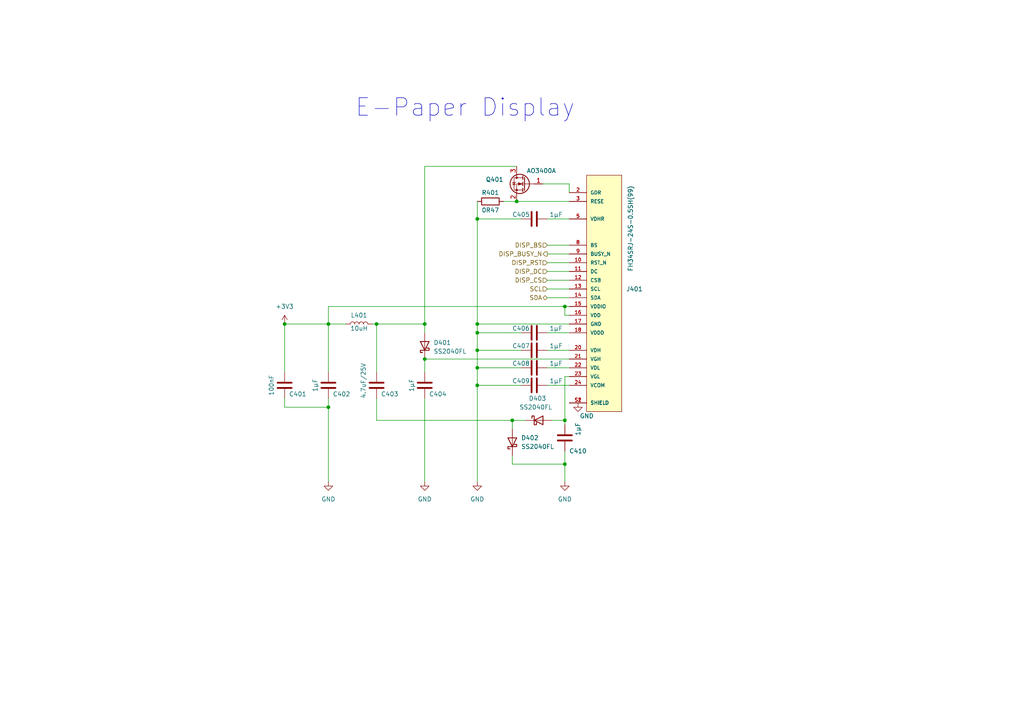
<source format=kicad_sch>
(kicad_sch (version 20211123) (generator eeschema)
  (paper "A4")
  (title_block (title "FabReader2") (date "2022-06-20") (rev "0.2") (company "RLKM UG (haftungsbeschränkt)") (comment 1 "Autoren: Joseph Langosch, Kai Kriegel"))
  (lib_symbols
    (symbol "Device:C" (pin_numbers hide) (pin_names (offset 0.254))
      (property "Reference" "C" (at 0.635 2.54 0))
      (property "Value" "C" (at 0.635 -2.54 0))
      (symbol "C_0_1"
        (polyline (pts (xy -2.032 -0.762) (xy 2.032 -0.762)) (stroke (width 0.508)))
        (polyline (pts (xy -2.032 0.762) (xy 2.032 0.762)) (stroke (width 0.508)))
      )
      (symbol "C_1_1"
        (pin passive line (at 0 3.81 270) (length 2.794) (name "~") (number "1"))
        (pin passive line (at 0 -3.81 90) (length 2.794) (name "~") (number "2"))
      )
    )
    (symbol "Device:D_Schottky" (pin_numbers hide) (pin_names (offset 1.016) hide)
      (property "Reference" "D" (at 0 2.54 0))
      (property "Value" "D_Schottky" (at 0 -2.54 0))
      (symbol "D_Schottky_0_1"
        (polyline (pts (xy 1.27 0) (xy -1.27 0)))
        (polyline (pts (xy 1.27 1.27) (xy 1.27 -1.27) (xy -1.27 0) (xy 1.27 1.27)) (stroke (width 0.254)))
        (polyline (pts (xy -1.905 0.635) (xy -1.905 1.27) (xy -1.27 1.27) (xy -1.27 -1.27) (xy -0.635 -1.27) (xy -0.635 -0.635)) (stroke (width 0.254)))
      )
      (symbol "D_Schottky_1_1"
        (pin passive line (at -3.81 0 0) (length 2.54) (name "K") (number "1"))
        (pin passive line (at 3.81 0 180) (length 2.54) (name "A") (number "2"))
      )
    )
    (symbol "Device:L" (pin_numbers hide) (pin_names (offset 1.016) hide)
      (property "Reference" "L" (at -1.27 0 90))
      (property "Value" "L" (at 1.905 0 90))
      (symbol "L_0_1"
        (arc (start 0 -2.54) (mid 0.635 -1.905) (end 0 -1.27))
        (arc (start 0 -1.27) (mid 0.635 -0.635) (end 0 0))
        (arc (start 0 0) (mid 0.635 0.635) (end 0 1.27))
        (arc (start 0 1.27) (mid 0.635 1.905) (end 0 2.54))
      )
      (symbol "L_1_1"
        (pin passive line (at 0 3.81 270) (length 1.27) (name "1") (number "1"))
        (pin passive line (at 0 -3.81 90) (length 1.27) (name "2") (number "2"))
      )
    )
    (symbol "Device:R" (pin_numbers hide) (pin_names (offset 0))
      (property "Reference" "R" (at 2.032 0 90))
      (property "Value" "R" (at 0 0 90))
      (symbol "R_0_1"
        (rectangle (start -1.016 -2.54) (end 1.016 2.54) (stroke (width 0.254)))
      )
      (symbol "R_1_1"
        (pin passive line (at 0 3.81 270) (length 1.27) (name "~") (number "1"))
        (pin passive line (at 0 -3.81 90) (length 1.27) (name "~") (number "2"))
      )
    )
    (symbol "FH34SRJ-24S-0.5SH_99_:FH34SRJ-24S-0.5SH(99)" (pin_names (offset 1.016))
      (property "Reference" "J1" (at 6.35 0.0001 0))
      (property "Value" "FH34SRJ-24S-0.5SH(99)" (at 6.35 -2.5399 0))
      (symbol "FH34SRJ-24S-0.5SH(99)_0_0"
        (rectangle (start -5.08 -35.56) (end 5.08 33.02) (fill (type background)))
        (pin passive line (at -10.16 30.48 0) (length 5.08) hide (name "NC") (number "1"))
        (pin passive line (at -10.16 7.62 0) (length 5.08) (name "RST_N") (number "10"))
        (pin passive line (at -10.16 5.08 0) (length 5.08) (name "DC") (number "11"))
        (pin passive line (at -10.16 2.54 0) (length 5.08) (name "CSB") (number "12"))
        (pin passive line (at -10.16 0 0) (length 5.08) (name "SCL") (number "13"))
        (pin passive line (at -10.16 -2.54 0) (length 5.08) (name "SDA") (number "14"))
        (pin passive line (at -10.16 -5.08 0) (length 5.08) (name "VDDIO") (number "15"))
        (pin passive line (at -10.16 -7.62 0) (length 5.08) (name "VDD") (number "16"))
        (pin passive line (at -10.16 -10.16 0) (length 5.08) (name "GND") (number "17"))
        (pin passive line (at -10.16 -12.7 0) (length 5.08) (name "VDDD") (number "18"))
        (pin passive line (at -10.16 -15.24 0) (length 5.08) hide (name "NC") (number "19"))
        (pin passive line (at -10.16 27.94 0) (length 5.08) (name "GDR") (number "2"))
        (pin passive line (at -10.16 -17.78 0) (length 5.08) (name "VDH") (number "20"))
        (pin passive line (at -10.16 -20.32 0) (length 5.08) (name "VGH") (number "21"))
        (pin passive line (at -10.16 -22.86 0) (length 5.08) (name "VDL") (number "22"))
        (pin passive line (at -10.16 -25.4 0) (length 5.08) (name "VGL") (number "23"))
        (pin passive line (at -10.16 -27.94 0) (length 5.08) (name "VCOM") (number "24"))
        (pin passive line (at -10.16 25.4 0) (length 5.08) (name "RESE") (number "3"))
        (pin passive line (at -10.16 22.86 0) (length 5.08) hide (name "NC") (number "4"))
        (pin passive line (at -10.16 20.32 0) (length 5.08) (name "VDHR") (number "5"))
        (pin passive line (at -10.16 17.78 0) (length 5.08) hide (name "NC") (number "6"))
        (pin passive line (at -10.16 15.24 0) (length 5.08) hide (name "NC") (number "7"))
        (pin passive line (at -10.16 12.7 0) (length 5.08) (name "BS") (number "8"))
        (pin passive line (at -10.16 10.16 0) (length 5.08) (name "BUSY_N") (number "9"))
        (pin passive line (at -10.16 -33.02 0) (length 5.08) (name "SHIELD") (number "S1"))
        (pin passive line (at -10.16 -33.02 0) (length 5.08) (name "SHIELD") (number "S2"))
      )
    )
    (symbol "Transistor_FET:AO3400A" (pin_names hide)
      (property "Reference" "Q" (at 5.08 1.905 0))
      (property "Value" "AO3400A" (at 5.08 0 0))
      (symbol "AO3400A_0_1"
        (polyline (pts (xy 0.254 0) (xy -2.54 0)))
        (polyline (pts (xy 0.254 1.905) (xy 0.254 -1.905)) (stroke (width 0.254)))
        (polyline (pts (xy 0.762 -1.27) (xy 0.762 -2.286)) (stroke (width 0.254)))
        (polyline (pts (xy 0.762 0.508) (xy 0.762 -0.508)) (stroke (width 0.254)))
        (polyline (pts (xy 0.762 2.286) (xy 0.762 1.27)) (stroke (width 0.254)))
        (polyline (pts (xy 2.54 2.54) (xy 2.54 1.778)))
        (polyline (pts (xy 2.54 -2.54) (xy 2.54 0) (xy 0.762 0)))
        (polyline (pts (xy 0.762 -1.778) (xy 3.302 -1.778) (xy 3.302 1.778) (xy 0.762 1.778)))
        (polyline (pts (xy 1.016 0) (xy 2.032 0.381) (xy 2.032 -0.381) (xy 1.016 0)) (fill (type outline)))
        (polyline (pts (xy 2.794 0.508) (xy 2.921 0.381) (xy 3.683 0.381) (xy 3.81 0.254)))
        (polyline (pts (xy 3.302 0.381) (xy 2.921 -0.254) (xy 3.683 -0.254) (xy 3.302 0.381)))
        (circle (center 1.651 0) (radius 2.794) (stroke (width 0.254)))
        (circle (center 2.54 -1.778) (radius 0.254) (fill (type outline)))
        (circle (center 2.54 1.778) (radius 0.254) (fill (type outline)))
      )
      (symbol "AO3400A_1_1"
        (pin input line (at -5.08 0 0) (length 2.54) (name "G") (number "1"))
        (pin passive line (at 2.54 -5.08 90) (length 2.54) (name "S") (number "2"))
        (pin passive line (at 2.54 5.08 270) (length 2.54) (name "D") (number "3"))
      )
    )
    (symbol "power:+3V3" (power) (pin_names (offset 0))
      (property "Value" "+3V3" (at 0 3.556 0))
      (symbol "+3V3_0_1"
        (polyline (pts (xy -0.762 1.27) (xy 0 2.54)))
        (polyline (pts (xy 0 0) (xy 0 2.54)))
        (polyline (pts (xy 0 2.54) (xy 0.762 1.27)))
      )
      (symbol "+3V3_1_1"
        (pin power_in line (at 0 0 90) (length 0) hide (name "+3V3") (number "1"))
      )
    )
    (symbol "power:GND" (power) (pin_names (offset 0))
      (property "Value" "GND" (at 0 -3.81 0))
      (symbol "GND_0_1"
        (polyline (pts (xy 0 0) (xy 0 -1.27) (xy 1.27 -1.27) (xy 0 -2.54) (xy -1.27 -1.27) (xy 0 -1.27)))
      )
      (symbol "GND_1_1"
        (pin power_in line (at 0 0 270) (length 0) hide (name "GND") (number "1"))
      )
    )
  )
  (junction (at 138.43 96.52))
  (junction (at 149.86 58.42))
  (junction (at 138.43 101.6))
  (junction (at 82.55 93.98))
  (junction (at 148.59 121.92))
  (junction (at 138.43 93.98))
  (junction (at 95.25 118.11))
  (junction (at 138.43 111.76))
  (junction (at 95.25 93.98))
  (junction (at 163.83 134.62))
  (junction (at 109.22 93.98))
  (junction (at 123.19 104.14))
  (junction (at 163.83 88.9))
  (junction (at 163.83 121.92))
  (junction (at 138.43 63.5))
  (junction (at 138.43 106.68))
  (junction (at 123.19 93.98))
  (wire (pts (xy 138.43 96.52) (xy 138.43 93.98)))
  (wire (pts (xy 148.59 134.62) (xy 163.83 134.62)))
  (wire (pts (xy 138.43 63.5) (xy 151.13 63.5)))
  (wire (pts (xy 123.19 115.57) (xy 123.19 139.7)))
  (wire (pts (xy 158.75 83.82) (xy 165.1 83.82)))
  (wire (pts (xy 138.43 106.68) (xy 138.43 101.6)))
  (wire (pts (xy 158.75 71.12) (xy 165.1 71.12)))
  (wire (pts (xy 163.83 88.9) (xy 163.83 91.44)))
  (wire (pts (xy 158.75 106.68) (xy 165.1 106.68)))
  (wire (pts (xy 158.75 101.6) (xy 165.1 101.6)))
  (wire (pts (xy 109.22 121.92) (xy 148.59 121.92)))
  (wire (pts (xy 138.43 101.6) (xy 138.43 96.52)))
  (wire (pts (xy 95.25 107.95) (xy 95.25 93.98)))
  (wire (pts (xy 123.19 96.52) (xy 123.19 93.98)))
  (wire (pts (xy 158.75 86.36) (xy 165.1 86.36)))
  (wire (pts (xy 138.43 101.6) (xy 151.13 101.6)))
  (wire (pts (xy 163.83 134.62) (xy 163.83 139.7)))
  (wire (pts (xy 107.95 93.98) (xy 109.22 93.98)))
  (wire (pts (xy 109.22 107.95) (xy 109.22 93.98)))
  (wire (pts (xy 160.02 121.92) (xy 163.83 121.92)))
  (wire (pts (xy 95.25 88.9) (xy 163.83 88.9)))
  (wire (pts (xy 146.05 58.42) (xy 149.86 58.42)))
  (wire (pts (xy 158.75 111.76) (xy 165.1 111.76)))
  (wire (pts (xy 158.75 73.66) (xy 165.1 73.66)))
  (wire (pts (xy 138.43 96.52) (xy 151.13 96.52)))
  (wire (pts (xy 123.19 104.14) (xy 165.1 104.14)))
  (wire (pts (xy 148.59 132.08) (xy 148.59 134.62)))
  (wire (pts (xy 138.43 58.42) (xy 138.43 63.5)))
  (wire (pts (xy 138.43 111.76) (xy 138.43 139.7)))
  (wire (pts (xy 82.55 93.98) (xy 95.25 93.98)))
  (wire (pts (xy 165.1 88.9) (xy 163.83 88.9)))
  (wire (pts (xy 163.83 109.22) (xy 163.83 121.92)))
  (wire (pts (xy 109.22 115.57) (xy 109.22 121.92)))
  (wire (pts (xy 138.43 111.76) (xy 138.43 106.68)))
  (wire (pts (xy 167.64 116.84) (xy 165.1 116.84)))
  (wire (pts (xy 152.4 121.92) (xy 148.59 121.92)))
  (wire (pts (xy 95.25 115.57) (xy 95.25 118.11)))
  (wire (pts (xy 165.1 53.34) (xy 165.1 55.88)))
  (wire (pts (xy 158.75 63.5) (xy 165.1 63.5)))
  (wire (pts (xy 138.43 93.98) (xy 138.43 63.5)))
  (wire (pts (xy 158.75 76.2) (xy 165.1 76.2)))
  (wire (pts (xy 158.75 96.52) (xy 165.1 96.52)))
  (wire (pts (xy 123.19 48.26) (xy 123.19 93.98)))
  (wire (pts (xy 158.75 81.28) (xy 165.1 81.28)))
  (wire (pts (xy 163.83 130.81) (xy 163.83 134.62)))
  (wire (pts (xy 151.13 111.76) (xy 138.43 111.76)))
  (wire (pts (xy 82.55 115.57) (xy 82.55 118.11)))
  (wire (pts (xy 163.83 91.44) (xy 165.1 91.44)))
  (wire (pts (xy 123.19 104.14) (xy 123.19 107.95)))
  (wire (pts (xy 95.25 93.98) (xy 95.25 88.9)))
  (wire (pts (xy 149.86 58.42) (xy 165.1 58.42)))
  (wire (pts (xy 165.1 109.22) (xy 163.83 109.22)))
  (wire (pts (xy 95.25 118.11) (xy 95.25 139.7)))
  (wire (pts (xy 95.25 93.98) (xy 100.33 93.98)))
  (wire (pts (xy 158.75 78.74) (xy 165.1 78.74)))
  (wire (pts (xy 148.59 121.92) (xy 148.59 124.46)))
  (wire (pts (xy 123.19 48.26) (xy 149.86 48.26)))
  (wire (pts (xy 82.55 118.11) (xy 95.25 118.11)))
  (wire (pts (xy 138.43 93.98) (xy 165.1 93.98)))
  (wire (pts (xy 138.43 106.68) (xy 151.13 106.68)))
  (wire (pts (xy 163.83 121.92) (xy 163.83 123.19)))
  (wire (pts (xy 109.22 93.98) (xy 123.19 93.98)))
  (wire (pts (xy 82.55 107.95) (xy 82.55 93.98)))
  (wire (pts (xy 157.48 53.34) (xy 165.1 53.34)))
  (text "E-Paper Display" (at 102.87 34.29 0) (effects (font (size 5.08 5.08)) (justify left bottom)))
  (hierarchical_label "DISP_DC" (shape input) (at 158.75 78.74 180))
  (hierarchical_label "DISP_BS" (shape input) (at 158.75 71.12 180))
  (hierarchical_label "SCL" (shape input) (at 158.75 83.82 180))
  (hierarchical_label "DISP_RST" (shape input) (at 158.75 76.2 180))
  (hierarchical_label "DISP_BUSY_N" (shape output) (at 158.75 73.66 180))
  (hierarchical_label "SDA" (shape bidirectional) (at 158.75 86.36 180))
  (hierarchical_label "DISP_CS" (shape input) (at 158.75 81.28 180))
  (symbol (lib_id "Device:L") (at 104.14 93.98 90) (unit 1)
    (property "Reference" "L401" (at 104.14 91.44 90))
    (property "Value" "10uH" (at 104.14 95.25 90))
    (property "Footprint" "ASPI-2515:L_Abracon_ASPI-2515" (effects hide))
    (property "Datasheet" "https://datasheet.lcsc.com/lcsc/2105100141_Abracon-LLC-ASPI-2512-100M-T2_C1330775.pdf" (effects hide))
    (property "MANUFACTURER" "Abracon LLC" (effects hide))
    (property "MPN" "ASPI-2512-100M-T2" (effects hide))
  )
  (symbol (lib_id "Device:C") (at 154.94 106.68 90) (unit 1)
    (property "Reference" "C408" (at 151.13 105.41 90))
    (property "Value" "1µF" (at 161.29 105.41 90))
    (property "Footprint" "Capacitor_SMD:C_0402_1005Metric" (effects hide))
  )
  (symbol (lib_id "power:GND") (at 123.19 139.7 0) (unit 1)
    (property "Reference" "#PWR0403" (effects hide))
    (property "Value" "GND" (at 123.19 144.78 0))
  )
  (symbol (lib_id "Device:C") (at 154.94 96.52 90) (unit 1)
    (property "Reference" "C406" (at 151.13 95.25 90))
    (property "Value" "1µF" (at 161.29 95.25 90))
    (property "Footprint" "Capacitor_SMD:C_0402_1005Metric" (effects hide))
  )
  (symbol (lib_id "power:+3V3") (at 82.55 93.98 0) (unit 1)
    (property "Reference" "#PWR0401" (effects hide))
    (property "Value" "+3V3" (at 82.55 88.9 0))
  )
  (symbol (lib_id "Device:D_Schottky") (at 123.19 100.33 90) (unit 1)
    (property "Reference" "D401" (at 125.73 99.3774 90) (effects (justify right)))
    (property "Value" "SS2040FL " (at 125.73 101.9174 90) (effects (justify right)))
    (property "Footprint" "Diode_SMD:D_SOD-123F" (effects hide))
    (property "Datasheet" "https://datasheet.lcsc.com/lcsc/1912111437_PANJIT-International-SS2040FL_C268712.pdf" (effects hide))
    (property "MANUFACTURER" "PANJIT International" (effects hide))
    (property "MPN" "SS2040FL " (effects hide))
  )
  (symbol (lib_id "Device:C") (at 95.25 111.76 180) (unit 1)
    (property "Reference" "C402" (at 99.06 114.3 0))
    (property "Value" "1µF" (at 91.44 111.76 90))
    (property "Footprint" "Capacitor_SMD:C_0402_1005Metric" (effects hide))
    (property "Datasheet" "https://datasheet.lcsc.com/lcsc/1811141341_Murata-Electronics-GRM188R61E105KA12D_C77046.pdf" (effects hide))
  )
  (symbol (lib_id "Device:C") (at 163.83 127 0) (unit 1)
    (property "Reference" "C410" (at 167.64 130.81 0))
    (property "Value" "1µF" (at 167.64 124.46 90))
    (property "Footprint" "Capacitor_SMD:C_0402_1005Metric" (effects hide))
  )
  (symbol (lib_id "Device:C") (at 123.19 111.76 180) (unit 1)
    (property "Reference" "C404" (at 127 114.3 0))
    (property "Value" "1µF" (at 119.38 111.76 90))
    (property "Footprint" "Capacitor_SMD:C_0402_1005Metric" (effects hide))
  )
  (symbol (lib_id "Device:C") (at 154.94 63.5 90) (unit 1)
    (property "Reference" "C405" (at 151.13 62.23 90))
    (property "Value" "1µF" (at 161.29 62.23 90))
    (property "Footprint" "Capacitor_SMD:C_0402_1005Metric" (effects hide))
  )
  (symbol (lib_id "Device:R") (at 142.24 58.42 90) (unit 1)
    (property "Reference" "R401" (at 142.24 55.88 90))
    (property "Value" "0R47" (at 142.24 60.96 90))
    (property "Footprint" "Resistor_SMD:R_0402_1005Metric" (effects hide))
  )
  (symbol (lib_id "Device:C") (at 154.94 101.6 90) (unit 1)
    (property "Reference" "C407" (at 151.13 100.33 90))
    (property "Value" "1µF" (at 161.29 100.33 90))
    (property "Footprint" "Capacitor_SMD:C_0402_1005Metric" (effects hide))
  )
  (symbol (lib_id "Device:D_Schottky") (at 156.21 121.92 0) (unit 1)
    (property "Reference" "D403" (at 155.8925 115.57 0))
    (property "Value" "SS2040FL " (at 155.8925 118.11 0))
    (property "Footprint" "Diode_SMD:D_SOD-123F" (effects hide))
    (property "Datasheet" "https://datasheet.lcsc.com/lcsc/1912111437_PANJIT-International-SS2040FL_C268712.pdf" (effects hide))
    (property "MANUFACTURER" "PANJIT International" (effects hide))
    (property "MPN" "SS2040FL " (effects hide))
  )
  (symbol (lib_id "Device:D_Schottky") (at 148.59 128.27 90) (unit 1)
    (property "Reference" "D402" (at 151.13 127 90) (effects (justify right)))
    (property "Value" "SS2040FL " (at 151.13 129.54 90) (effects (justify right)))
    (property "Footprint" "Diode_SMD:D_SOD-123F" (effects hide))
    (property "Datasheet" "https://datasheet.lcsc.com/lcsc/1912111437_PANJIT-International-SS2040FL_C268712.pdf" (effects hide))
    (property "MANUFACTURER" "PANJIT International" (effects hide))
    (property "MPN" "SS2040FL " (effects hide))
  )
  (symbol (lib_id "power:GND") (at 163.83 139.7 0) (unit 1)
    (property "Reference" "#PWR0405" (effects hide))
    (property "Value" "GND" (at 163.83 144.78 0))
  )
  (symbol (lib_id "FH34SRJ-24S-0.5SH_99_:FH34SRJ-24S-0.5SH(99)") (at 175.26 83.82 0) (unit 1)
    (property "Reference" "J401" (at 181.61 83.8199 0) (effects (justify left)))
    (property "Value" "FH34SRJ-24S-0.5SH(99)" (at 182.88 78.74 90) (effects (justify left)))
    (property "Footprint" "FH34SRJ-24S-0:HRS_FH34SRJ-24S-0.5SH(99)" (effects hide))
    (property "Datasheet" "https://datasheet.lcsc.com/lcsc/1811071030_HRS-Hirose-FH34SRJ-24S-0-5SH-50_C324726.pdf" (effects hide))
    (property "MANUFACTURER" "HIROSE ELECTRIC" (effects hide))
    (property "MAXIMUM_PACKAGE_HEIGHT" "1.75mm" (effects hide))
    (property "PARTREV" "NA" (effects hide))
    (property "STANDARD" "Manufacturer Recommendations" (effects hide))
    (property "MPN" "FH34SRJ-24S-0.5SH(50)" (effects hide))
  )
  (symbol (lib_id "Device:C") (at 82.55 111.76 180) (unit 1)
    (property "Reference" "C401" (at 86.36 114.3 0))
    (property "Value" "100nF" (at 78.74 111.76 90))
    (property "Footprint" "Capacitor_SMD:C_0402_1005Metric" (effects hide))
    (property "Type" "X5R" (effects hide))
  )
  (symbol (lib_id "power:GND") (at 167.64 116.84 0) (unit 1)
    (property "Reference" "#PWR0406" (effects hide))
    (property "Value" "GND" (at 170.18 120.65 0))
  )
  (symbol (lib_id "Transistor_FET:AO3400A") (at 152.4 53.34 0) (mirror y) (unit 1)
    (property "Reference" "Q401" (at 146.05 52.0699 0) (effects (justify left)))
    (property "Value" "AO3400A" (at 161.29 49.53 0) (effects (justify left)))
    (property "Footprint" "Package_TO_SOT_SMD:SOT-23" (effects hide))
    (property "Datasheet" "https://datasheet.lcsc.com/lcsc/2007171935_HUASHUO-AO3400A_C700953.pdf" (effects hide))
    (property "MANUFACTURER" "HUASHUO" (effects hide))
    (property "MPN" "AO3400A" (effects hide))
  )
  (symbol (lib_id "Device:C") (at 109.22 111.76 0) (unit 1)
    (property "Reference" "C403" (at 110.49 114.3 0) (effects (justify left)))
    (property "Value" "4.7uF/25V" (at 105.41 115.57 90) (effects (justify left)))
    (property "Footprint" "Capacitor_SMD:C_0402_1005Metric" (effects hide))
    (property "Type" "X5R" (effects hide))
  )
  (symbol (lib_id "power:GND") (at 138.43 139.7 0) (unit 1)
    (property "Reference" "#PWR0404" (effects hide))
    (property "Value" "GND" (at 138.43 144.78 0))
  )
  (symbol (lib_id "Device:C") (at 154.94 111.76 90) (unit 1)
    (property "Reference" "C409" (at 151.13 110.49 90))
    (property "Value" "1µF" (at 161.29 110.49 90))
    (property "Footprint" "Capacitor_SMD:C_0402_1005Metric" (effects hide))
  )
  (symbol (lib_id "power:GND") (at 95.25 139.7 0) (unit 1)
    (property "Reference" "#PWR0402" (effects hide))
    (property "Value" "GND" (at 95.25 144.78 0))
  )
)
</source>
